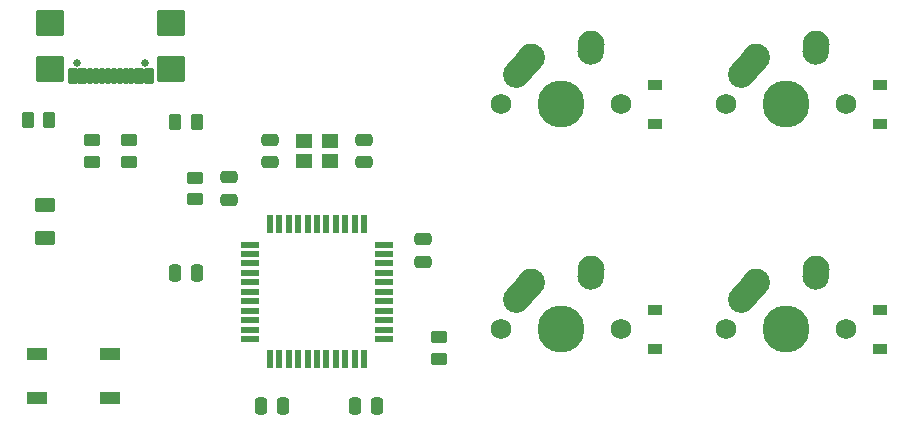
<source format=gbs>
G04 #@! TF.GenerationSoftware,KiCad,Pcbnew,6.0.11-2627ca5db0~126~ubuntu20.04.1*
G04 #@! TF.CreationDate,2024-07-14T02:52:22-04:00*
G04 #@! TF.ProjectId,mapel2x2-pcb,6d617065-6c32-4783-922d-7063622e6b69,rev?*
G04 #@! TF.SameCoordinates,Original*
G04 #@! TF.FileFunction,Soldermask,Bot*
G04 #@! TF.FilePolarity,Negative*
%FSLAX46Y46*%
G04 Gerber Fmt 4.6, Leading zero omitted, Abs format (unit mm)*
G04 Created by KiCad (PCBNEW 6.0.11-2627ca5db0~126~ubuntu20.04.1) date 2024-07-14 02:52:22*
%MOMM*%
%LPD*%
G01*
G04 APERTURE LIST*
G04 Aperture macros list*
%AMRoundRect*
0 Rectangle with rounded corners*
0 $1 Rounding radius*
0 $2 $3 $4 $5 $6 $7 $8 $9 X,Y pos of 4 corners*
0 Add a 4 corners polygon primitive as box body*
4,1,4,$2,$3,$4,$5,$6,$7,$8,$9,$2,$3,0*
0 Add four circle primitives for the rounded corners*
1,1,$1+$1,$2,$3*
1,1,$1+$1,$4,$5*
1,1,$1+$1,$6,$7*
1,1,$1+$1,$8,$9*
0 Add four rect primitives between the rounded corners*
20,1,$1+$1,$2,$3,$4,$5,0*
20,1,$1+$1,$4,$5,$6,$7,0*
20,1,$1+$1,$6,$7,$8,$9,0*
20,1,$1+$1,$8,$9,$2,$3,0*%
%AMHorizOval*
0 Thick line with rounded ends*
0 $1 width*
0 $2 $3 position (X,Y) of the first rounded end (center of the circle)*
0 $4 $5 position (X,Y) of the second rounded end (center of the circle)*
0 Add line between two ends*
20,1,$1,$2,$3,$4,$5,0*
0 Add two circle primitives to create the rounded ends*
1,1,$1,$2,$3*
1,1,$1,$4,$5*%
G04 Aperture macros list end*
%ADD10RoundRect,0.102000X-0.300000X-0.575000X0.300000X-0.575000X0.300000X0.575000X-0.300000X0.575000X0*%
%ADD11RoundRect,0.102000X-0.150000X-0.575000X0.150000X-0.575000X0.150000X0.575000X-0.150000X0.575000X0*%
%ADD12RoundRect,0.102000X-1.090000X-1.000000X1.090000X-1.000000X1.090000X1.000000X-1.090000X1.000000X0*%
%ADD13C,0.650000*%
%ADD14R,1.400000X1.200000*%
%ADD15R,1.500000X0.550000*%
%ADD16R,0.550000X1.500000*%
%ADD17R,1.800000X1.100000*%
%ADD18RoundRect,0.250000X0.262500X0.450000X-0.262500X0.450000X-0.262500X-0.450000X0.262500X-0.450000X0*%
%ADD19RoundRect,0.250000X-0.450000X0.262500X-0.450000X-0.262500X0.450000X-0.262500X0.450000X0.262500X0*%
%ADD20RoundRect,0.250000X0.450000X-0.262500X0.450000X0.262500X-0.450000X0.262500X-0.450000X-0.262500X0*%
%ADD21HorizOval,2.250000X0.020000X0.290000X-0.020000X-0.290000X0*%
%ADD22C,2.250000*%
%ADD23HorizOval,2.250000X0.655001X0.730000X-0.655001X-0.730000X0*%
%ADD24C,3.987800*%
%ADD25C,1.750000*%
%ADD26RoundRect,0.250000X-0.625000X0.375000X-0.625000X-0.375000X0.625000X-0.375000X0.625000X0.375000X0*%
%ADD27R,1.200000X0.900000*%
%ADD28RoundRect,0.250000X0.250000X0.475000X-0.250000X0.475000X-0.250000X-0.475000X0.250000X-0.475000X0*%
%ADD29RoundRect,0.250000X-0.250000X-0.475000X0.250000X-0.475000X0.250000X0.475000X-0.250000X0.475000X0*%
%ADD30RoundRect,0.250000X0.475000X-0.250000X0.475000X0.250000X-0.475000X0.250000X-0.475000X-0.250000X0*%
%ADD31RoundRect,0.250000X-0.475000X0.250000X-0.475000X-0.250000X0.475000X-0.250000X0.475000X0.250000X0*%
G04 APERTURE END LIST*
D10*
G04 #@! TO.C,J1*
X174600000Y-110293750D03*
X175400000Y-110293750D03*
X180200000Y-110293750D03*
X181000000Y-110293750D03*
D11*
X176050000Y-110293750D03*
X179550000Y-110293750D03*
X176550000Y-110293750D03*
X179050000Y-110293750D03*
X177050000Y-110293750D03*
X178550000Y-110293750D03*
X177550000Y-110293750D03*
X178050000Y-110293750D03*
D12*
X172690000Y-109718750D03*
X182910000Y-109718750D03*
X172690000Y-105788750D03*
X182910000Y-105788750D03*
D13*
X174910000Y-109218750D03*
X180690000Y-109218750D03*
G04 #@! TD*
D14*
G04 #@! TO.C,Y1*
X194162500Y-117531250D03*
X196362500Y-117531250D03*
X196362500Y-115831250D03*
X194162500Y-115831250D03*
G04 #@! TD*
D15*
G04 #@! TO.C,U1*
X189562500Y-132587500D03*
X189562500Y-131787500D03*
X189562500Y-130987500D03*
X189562500Y-130187500D03*
X189562500Y-129387500D03*
X189562500Y-128587500D03*
X189562500Y-127787500D03*
X189562500Y-126987500D03*
X189562500Y-126187500D03*
X189562500Y-125387500D03*
X189562500Y-124587500D03*
D16*
X191262500Y-122887500D03*
X192062500Y-122887500D03*
X192862500Y-122887500D03*
X193662500Y-122887500D03*
X194462500Y-122887500D03*
X195262500Y-122887500D03*
X196062500Y-122887500D03*
X196862500Y-122887500D03*
X197662500Y-122887500D03*
X198462500Y-122887500D03*
X199262500Y-122887500D03*
D15*
X200962500Y-124587500D03*
X200962500Y-125387500D03*
X200962500Y-126187500D03*
X200962500Y-126987500D03*
X200962500Y-127787500D03*
X200962500Y-128587500D03*
X200962500Y-129387500D03*
X200962500Y-130187500D03*
X200962500Y-130987500D03*
X200962500Y-131787500D03*
X200962500Y-132587500D03*
D16*
X199262500Y-134287500D03*
X198462500Y-134287500D03*
X197662500Y-134287500D03*
X196862500Y-134287500D03*
X196062500Y-134287500D03*
X195262500Y-134287500D03*
X194462500Y-134287500D03*
X193662500Y-134287500D03*
X192862500Y-134287500D03*
X192062500Y-134287500D03*
X191262500Y-134287500D03*
G04 #@! TD*
D17*
G04 #@! TO.C,SW1*
X171525000Y-137581250D03*
X177725000Y-133881250D03*
X171525000Y-133881250D03*
X177725000Y-137581250D03*
G04 #@! TD*
D18*
G04 #@! TO.C,R6*
X172589564Y-114077500D03*
X170764564Y-114077500D03*
G04 #@! TD*
G04 #@! TO.C,R5*
X185062500Y-114187500D03*
X183237500Y-114187500D03*
G04 #@! TD*
D19*
G04 #@! TO.C,R4*
X205581250Y-132437500D03*
X205581250Y-134262500D03*
G04 #@! TD*
D20*
G04 #@! TO.C,R3*
X184893750Y-120768750D03*
X184893750Y-118943750D03*
G04 #@! TD*
D19*
G04 #@! TO.C,R2*
X179324000Y-115768750D03*
X179324000Y-117593750D03*
G04 #@! TD*
G04 #@! TO.C,R1*
X176212500Y-115768750D03*
X176212500Y-117593750D03*
G04 #@! TD*
D21*
G04 #@! TO.C,MX4*
X237470000Y-126972500D03*
D22*
X237490000Y-126682500D03*
D23*
X231795001Y-128492500D03*
D24*
X234950000Y-131762500D03*
D22*
X232450000Y-127762500D03*
D25*
X229870000Y-131762500D03*
X240030000Y-131762500D03*
G04 #@! TD*
D21*
G04 #@! TO.C,MX2*
X237470000Y-107922500D03*
D22*
X237490000Y-107632500D03*
D23*
X231795001Y-109442500D03*
D24*
X234950000Y-112712500D03*
D22*
X232450000Y-108712500D03*
D25*
X229870000Y-112712500D03*
X240030000Y-112712500D03*
G04 #@! TD*
D21*
G04 #@! TO.C,MX3*
X218420000Y-126972500D03*
D22*
X218440000Y-126682500D03*
D23*
X212745001Y-128492500D03*
D24*
X215900000Y-131762500D03*
D22*
X213400000Y-127762500D03*
D25*
X210820000Y-131762500D03*
X220980000Y-131762500D03*
G04 #@! TD*
D21*
G04 #@! TO.C,MX1*
X218420000Y-107922500D03*
D22*
X218440000Y-107632500D03*
D23*
X212745001Y-109442500D03*
D24*
X215900000Y-112712500D03*
D22*
X213400000Y-108712500D03*
D25*
X210820000Y-112712500D03*
X220980000Y-112712500D03*
G04 #@! TD*
D26*
G04 #@! TO.C,F1*
X172243750Y-121237500D03*
X172243750Y-124037500D03*
G04 #@! TD*
D27*
G04 #@! TO.C,D4*
X242887500Y-133412500D03*
X242887500Y-130112500D03*
G04 #@! TD*
G04 #@! TO.C,D3*
X242887500Y-114362500D03*
X242887500Y-111062500D03*
G04 #@! TD*
G04 #@! TO.C,D2*
X223837500Y-133412500D03*
X223837500Y-130112500D03*
G04 #@! TD*
G04 #@! TO.C,D1*
X223837500Y-114362500D03*
X223837500Y-111062500D03*
G04 #@! TD*
D28*
G04 #@! TO.C,C7*
X185100000Y-127000000D03*
X183200000Y-127000000D03*
G04 #@! TD*
D29*
G04 #@! TO.C,C6*
X190516254Y-138281250D03*
X192416254Y-138281250D03*
G04 #@! TD*
D30*
G04 #@! TO.C,C5*
X191293750Y-117631250D03*
X191293750Y-115731250D03*
G04 #@! TD*
D31*
G04 #@! TO.C,C4*
X199231250Y-117631250D03*
X199231250Y-115731250D03*
G04 #@! TD*
D28*
G04 #@! TO.C,C3*
X198453754Y-138281250D03*
X200353754Y-138281250D03*
G04 #@! TD*
D30*
G04 #@! TO.C,C2*
X187781250Y-120806250D03*
X187781250Y-118906250D03*
G04 #@! TD*
G04 #@! TO.C,C1*
X204216000Y-124145000D03*
X204216000Y-126045000D03*
G04 #@! TD*
M02*

</source>
